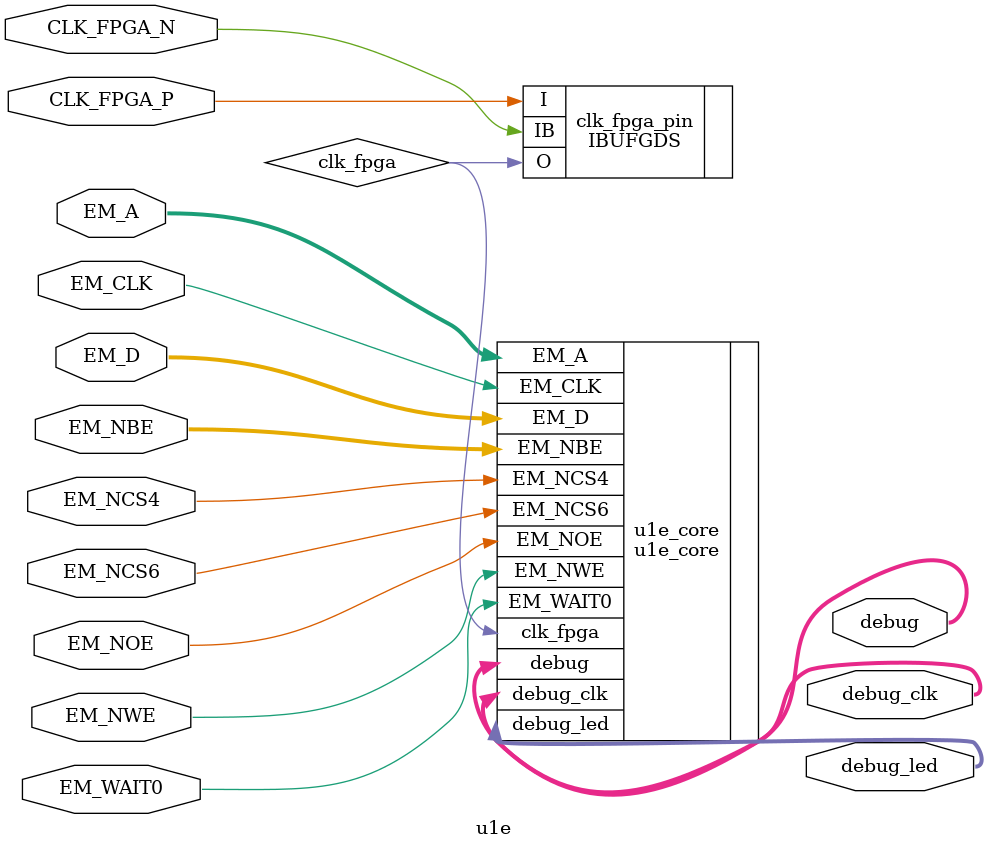
<source format=v>
`timescale 1ns / 1ps

module u1e
  (input CLK_FPGA_P, input CLK_FPGA_N,  // Diff
   output [2:0] debug_led, output [31:0] debug, output [1:0] debug_clk,

   // GPMC
   input EM_CLK, inout [15:0] EM_D, input [10:1] EM_A, input [1:0] EM_NBE,
   input EM_WAIT0, input EM_NCS4, input EM_NCS6, input EM_NWE, input EM_NOE
   );

   // FPGA-specific pins connections
   wire  clk_fpga;
   
   IBUFGDS #(.IOSTANDARD("LVDS_33"), .DIFF_TERM("TRUE")) 
   clk_fpga_pin (.O(clk_fpga),.I(CLK_FPGA_P),.IB(CLK_FPGA_N));

   u1e_core u1e_core(.clk_fpga(clk_fpga), .debug_led(debug_led), .debug(debug), .debug_clk(debug_clk),
		     .EM_CLK(EM_CLK), .EM_D(EM_D), .EM_A(EM_A), .EM_NBE(EM_NBE),
		     .EM_WAIT0(EM_WAIT0), .EM_NCS4(EM_NCS4), .EM_NCS6(EM_NCS6), 
		     .EM_NWE(EM_NWE), .EM_NOE(EM_NOE) );
   
endmodule // u1e

</source>
